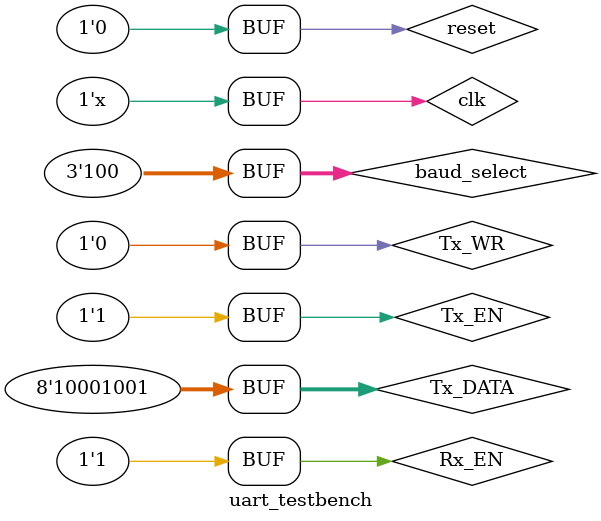
<source format=v>

`timescale 1ns/1ps
`define clock_period 10

module uart_testbench;


reg clk,reset;
reg [2:0] baud_select ;
reg [7:0] Tx_DATA ;
reg Rx_EN,Tx_EN,Tx_WR;

wire Rx_FERROR,Rx_PERROR,Rx_VALID,Tx_BUSY,TxD;
wire [7:0] Rx_DATA;


uart uart_inst(reset,clk,Tx_DATA,baud_select,Tx_WR,Tx_EN,Rx_EN,Rx_DATA,Rx_FERROR,Rx_PERROR,Rx_VALID,TxD,Tx_BUSY);

initial
begin
  clk=1'b0;
  reset=1'b0;
  Rx_EN=1'b0;
  Tx_EN=1'b0;
  
  baud_select=3'b110;
  Tx_DATA=8'b10101010;

  #(2*`clock_period) reset=1'b1;
  #(2*`clock_period) reset =1'b0;

  #60 Tx_EN=1'b1;
  Rx_EN=1'b1;
  #20 Tx_WR=1'b1;
  #10 Tx_WR=1'b0;
  
  #1800000 Tx_WR=1'b1;
  Tx_DATA = 8'b01010101; //send 55
  #10 Tx_WR=1'b0;
  
  #1800000 Tx_WR=1'b1;
  Tx_DATA = 8'b11001100; //send cc 
  #10 Tx_WR=1'b0;
  
  #1800000 Tx_WR=1'b1;
  Tx_DATA = 8'b10001001; //send 89
  #10 Tx_WR=1'b0;
  
  #2000030 baud_select=3'b100; //change the baud select 
  Tx_DATA=8'b10101010; //send aa
   
  #20 Tx_WR=1'b1;
  #10 Tx_WR=1'b0;
  
  #1800000 Tx_WR=1'b1;
  Tx_DATA = 8'b01010101; //send 55
  #10 Tx_WR=1'b0;
  
  #1800000 Tx_WR=1'b1;
  Tx_DATA = 8'b11001100; //send cc
  #10 Tx_WR=1'b0;
  
  #1800000 Tx_WR=1'b1;
  Tx_DATA = 8'b10001001; //send 89
  #10 Tx_WR=1'b0;
  


end

always
  #(`clock_period/2)clk = ~clk;


endmodule
</source>
